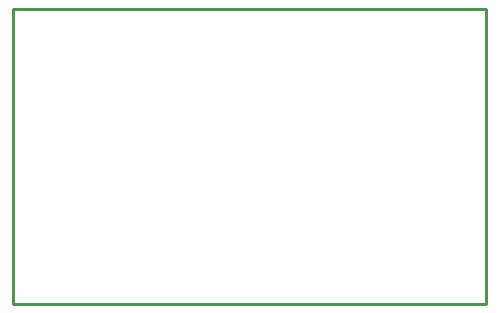
<source format=gko>
G04 Layer_Color=16711935*
%FSLAX25Y25*%
%MOIN*%
G70*
G01*
G75*
%ADD33C,0.01000*%
D33*
X-1500Y0D02*
Y98500D01*
Y0D02*
X156000D01*
Y98500D01*
X-1500D02*
X156000D01*
M02*

</source>
